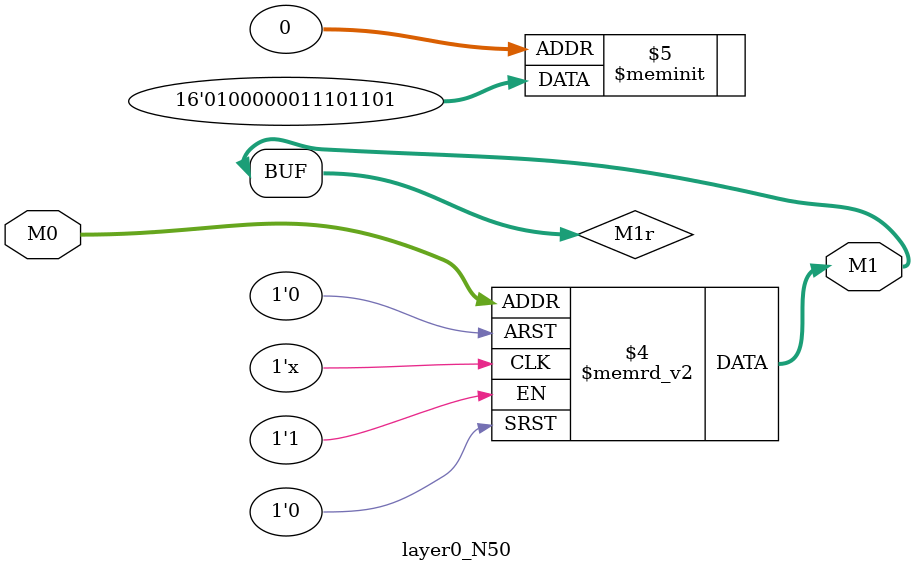
<source format=v>
module layer0_N50 ( input [2:0] M0, output [1:0] M1 );

	(*rom_style = "distributed" *) reg [1:0] M1r;
	assign M1 = M1r;
	always @ (M0) begin
		case (M0)
			3'b000: M1r = 2'b01;
			3'b100: M1r = 2'b00;
			3'b010: M1r = 2'b10;
			3'b110: M1r = 2'b00;
			3'b001: M1r = 2'b11;
			3'b101: M1r = 2'b00;
			3'b011: M1r = 2'b11;
			3'b111: M1r = 2'b01;

		endcase
	end
endmodule

</source>
